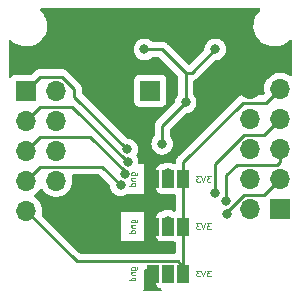
<source format=gbr>
%TF.GenerationSoftware,KiCad,Pcbnew,(6.0.7)*%
%TF.CreationDate,2022-09-23T22:10:56-05:00*%
%TF.ProjectId,PCA9535,50434139-3533-4352-9e6b-696361645f70,rev?*%
%TF.SameCoordinates,Original*%
%TF.FileFunction,Copper,L2,Bot*%
%TF.FilePolarity,Positive*%
%FSLAX46Y46*%
G04 Gerber Fmt 4.6, Leading zero omitted, Abs format (unit mm)*
G04 Created by KiCad (PCBNEW (6.0.7)) date 2022-09-23 22:10:56*
%MOMM*%
%LPD*%
G01*
G04 APERTURE LIST*
%ADD10C,0.125000*%
%TA.AperFunction,NonConductor*%
%ADD11C,0.125000*%
%TD*%
%TA.AperFunction,ComponentPad*%
%ADD12R,1.700000X1.700000*%
%TD*%
%TA.AperFunction,ComponentPad*%
%ADD13O,1.700000X1.700000*%
%TD*%
%TA.AperFunction,SMDPad,CuDef*%
%ADD14R,1.000000X1.500000*%
%TD*%
%TA.AperFunction,ViaPad*%
%ADD15C,0.800000*%
%TD*%
%TA.AperFunction,Conductor*%
%ADD16C,0.250000*%
%TD*%
G04 APERTURE END LIST*
D10*
D11*
X127392857Y-92154761D02*
X127797619Y-92154761D01*
X127845238Y-92130952D01*
X127869047Y-92107142D01*
X127892857Y-92059523D01*
X127892857Y-91988095D01*
X127869047Y-91940476D01*
X127702380Y-92154761D02*
X127726190Y-92107142D01*
X127726190Y-92011904D01*
X127702380Y-91964285D01*
X127678571Y-91940476D01*
X127630952Y-91916666D01*
X127488095Y-91916666D01*
X127440476Y-91940476D01*
X127416666Y-91964285D01*
X127392857Y-92011904D01*
X127392857Y-92107142D01*
X127416666Y-92154761D01*
X127392857Y-92392857D02*
X127726190Y-92392857D01*
X127440476Y-92392857D02*
X127416666Y-92416666D01*
X127392857Y-92464285D01*
X127392857Y-92535714D01*
X127416666Y-92583333D01*
X127464285Y-92607142D01*
X127726190Y-92607142D01*
X127726190Y-93059523D02*
X127226190Y-93059523D01*
X127702380Y-93059523D02*
X127726190Y-93011904D01*
X127726190Y-92916666D01*
X127702380Y-92869047D01*
X127678571Y-92845238D01*
X127630952Y-92821428D01*
X127488095Y-92821428D01*
X127440476Y-92845238D01*
X127416666Y-92869047D01*
X127392857Y-92916666D01*
X127392857Y-93011904D01*
X127416666Y-93059523D01*
D10*
D11*
X127392857Y-88154761D02*
X127797619Y-88154761D01*
X127845238Y-88130952D01*
X127869047Y-88107142D01*
X127892857Y-88059523D01*
X127892857Y-87988095D01*
X127869047Y-87940476D01*
X127702380Y-88154761D02*
X127726190Y-88107142D01*
X127726190Y-88011904D01*
X127702380Y-87964285D01*
X127678571Y-87940476D01*
X127630952Y-87916666D01*
X127488095Y-87916666D01*
X127440476Y-87940476D01*
X127416666Y-87964285D01*
X127392857Y-88011904D01*
X127392857Y-88107142D01*
X127416666Y-88154761D01*
X127392857Y-88392857D02*
X127726190Y-88392857D01*
X127440476Y-88392857D02*
X127416666Y-88416666D01*
X127392857Y-88464285D01*
X127392857Y-88535714D01*
X127416666Y-88583333D01*
X127464285Y-88607142D01*
X127726190Y-88607142D01*
X127726190Y-89059523D02*
X127226190Y-89059523D01*
X127702380Y-89059523D02*
X127726190Y-89011904D01*
X127726190Y-88916666D01*
X127702380Y-88869047D01*
X127678571Y-88845238D01*
X127630952Y-88821428D01*
X127488095Y-88821428D01*
X127440476Y-88845238D01*
X127416666Y-88869047D01*
X127392857Y-88916666D01*
X127392857Y-89011904D01*
X127416666Y-89059523D01*
D10*
D11*
X127392857Y-84154761D02*
X127797619Y-84154761D01*
X127845238Y-84130952D01*
X127869047Y-84107142D01*
X127892857Y-84059523D01*
X127892857Y-83988095D01*
X127869047Y-83940476D01*
X127702380Y-84154761D02*
X127726190Y-84107142D01*
X127726190Y-84011904D01*
X127702380Y-83964285D01*
X127678571Y-83940476D01*
X127630952Y-83916666D01*
X127488095Y-83916666D01*
X127440476Y-83940476D01*
X127416666Y-83964285D01*
X127392857Y-84011904D01*
X127392857Y-84107142D01*
X127416666Y-84154761D01*
X127392857Y-84392857D02*
X127726190Y-84392857D01*
X127440476Y-84392857D02*
X127416666Y-84416666D01*
X127392857Y-84464285D01*
X127392857Y-84535714D01*
X127416666Y-84583333D01*
X127464285Y-84607142D01*
X127726190Y-84607142D01*
X127726190Y-85059523D02*
X127226190Y-85059523D01*
X127702380Y-85059523D02*
X127726190Y-85011904D01*
X127726190Y-84916666D01*
X127702380Y-84869047D01*
X127678571Y-84845238D01*
X127630952Y-84821428D01*
X127488095Y-84821428D01*
X127440476Y-84845238D01*
X127416666Y-84869047D01*
X127392857Y-84916666D01*
X127392857Y-85011904D01*
X127416666Y-85059523D01*
D10*
D11*
X134119047Y-92226190D02*
X133809523Y-92226190D01*
X133976190Y-92416666D01*
X133904761Y-92416666D01*
X133857142Y-92440476D01*
X133833333Y-92464285D01*
X133809523Y-92511904D01*
X133809523Y-92630952D01*
X133833333Y-92678571D01*
X133857142Y-92702380D01*
X133904761Y-92726190D01*
X134047619Y-92726190D01*
X134095238Y-92702380D01*
X134119047Y-92678571D01*
X133666666Y-92226190D02*
X133500000Y-92726190D01*
X133333333Y-92226190D01*
X133214285Y-92226190D02*
X132904761Y-92226190D01*
X133071428Y-92416666D01*
X133000000Y-92416666D01*
X132952380Y-92440476D01*
X132928571Y-92464285D01*
X132904761Y-92511904D01*
X132904761Y-92630952D01*
X132928571Y-92678571D01*
X132952380Y-92702380D01*
X133000000Y-92726190D01*
X133142857Y-92726190D01*
X133190476Y-92702380D01*
X133214285Y-92678571D01*
D10*
D11*
X134119047Y-88226190D02*
X133809523Y-88226190D01*
X133976190Y-88416666D01*
X133904761Y-88416666D01*
X133857142Y-88440476D01*
X133833333Y-88464285D01*
X133809523Y-88511904D01*
X133809523Y-88630952D01*
X133833333Y-88678571D01*
X133857142Y-88702380D01*
X133904761Y-88726190D01*
X134047619Y-88726190D01*
X134095238Y-88702380D01*
X134119047Y-88678571D01*
X133666666Y-88226190D02*
X133500000Y-88726190D01*
X133333333Y-88226190D01*
X133214285Y-88226190D02*
X132904761Y-88226190D01*
X133071428Y-88416666D01*
X133000000Y-88416666D01*
X132952380Y-88440476D01*
X132928571Y-88464285D01*
X132904761Y-88511904D01*
X132904761Y-88630952D01*
X132928571Y-88678571D01*
X132952380Y-88702380D01*
X133000000Y-88726190D01*
X133142857Y-88726190D01*
X133190476Y-88702380D01*
X133214285Y-88678571D01*
D10*
D11*
X134119047Y-84226190D02*
X133809523Y-84226190D01*
X133976190Y-84416666D01*
X133904761Y-84416666D01*
X133857142Y-84440476D01*
X133833333Y-84464285D01*
X133809523Y-84511904D01*
X133809523Y-84630952D01*
X133833333Y-84678571D01*
X133857142Y-84702380D01*
X133904761Y-84726190D01*
X134047619Y-84726190D01*
X134095238Y-84702380D01*
X134119047Y-84678571D01*
X133666666Y-84226190D02*
X133500000Y-84726190D01*
X133333333Y-84226190D01*
X133214285Y-84226190D02*
X132904761Y-84226190D01*
X133071428Y-84416666D01*
X133000000Y-84416666D01*
X132952380Y-84440476D01*
X132928571Y-84464285D01*
X132904761Y-84511904D01*
X132904761Y-84630952D01*
X132928571Y-84678571D01*
X132952380Y-84702380D01*
X133000000Y-84726190D01*
X133142857Y-84726190D01*
X133190476Y-84702380D01*
X133214285Y-84678571D01*
D12*
%TO.P,J6,1,Pin_1*%
%TO.N,P10*%
X140000000Y-87000000D03*
D13*
%TO.P,J6,2,Pin_2*%
%TO.N,P14*%
X137460000Y-87000000D03*
%TO.P,J6,3,Pin_3*%
%TO.N,P11*%
X140000000Y-84460000D03*
%TO.P,J6,4,Pin_4*%
%TO.N,P15*%
X137460000Y-84460000D03*
%TO.P,J6,5,Pin_5*%
%TO.N,P12*%
X140000000Y-81920000D03*
%TO.P,J6,6,Pin_6*%
%TO.N,P16*%
X137460000Y-81920000D03*
%TO.P,J6,7,Pin_7*%
%TO.N,P13*%
X140000000Y-79380000D03*
%TO.P,J6,8,Pin_8*%
%TO.N,P17*%
X137460000Y-79380000D03*
%TO.P,J6,9,Pin_9*%
%TO.N,+3.3V*%
X140000000Y-76840000D03*
%TO.P,J6,10,Pin_10*%
%TO.N,GND*%
X137460000Y-76840000D03*
%TD*%
D12*
%TO.P,J4,1,Pin_1*%
%TO.N,INT*%
X129000000Y-77000000D03*
%TD*%
%TO.P,J3,1,Pin_1*%
%TO.N,P00*%
X118500000Y-77000000D03*
D13*
%TO.P,J3,2,Pin_2*%
%TO.N,P04*%
X121040000Y-77000000D03*
%TO.P,J3,3,Pin_3*%
%TO.N,P01*%
X118500000Y-79540000D03*
%TO.P,J3,4,Pin_4*%
%TO.N,P05*%
X121040000Y-79540000D03*
%TO.P,J3,5,Pin_5*%
%TO.N,P02*%
X118500000Y-82080000D03*
%TO.P,J3,6,Pin_6*%
%TO.N,P06*%
X121040000Y-82080000D03*
%TO.P,J3,7,Pin_7*%
%TO.N,P03*%
X118500000Y-84620000D03*
%TO.P,J3,8,Pin_8*%
%TO.N,P07*%
X121040000Y-84620000D03*
%TO.P,J3,9,Pin_9*%
%TO.N,+3.3V*%
X118500000Y-87160000D03*
%TO.P,J3,10,Pin_10*%
%TO.N,GND*%
X121040000Y-87160000D03*
%TD*%
D14*
%TO.P,JP1,1,A*%
%TO.N,+3.3V*%
X131800000Y-84500000D03*
%TO.P,JP1,2,C*%
%TO.N,A0*%
X130500000Y-84500000D03*
%TO.P,JP1,3,B*%
%TO.N,GND*%
X129200000Y-84500000D03*
%TD*%
%TO.P,JP2,1,A*%
%TO.N,+3.3V*%
X131800000Y-88500000D03*
%TO.P,JP2,2,C*%
%TO.N,A1*%
X130500000Y-88500000D03*
%TO.P,JP2,3,B*%
%TO.N,GND*%
X129200000Y-88500000D03*
%TD*%
%TO.P,JP3,1,A*%
%TO.N,+3.3V*%
X131800000Y-92500000D03*
%TO.P,JP3,2,C*%
%TO.N,A2*%
X130500000Y-92500000D03*
%TO.P,JP3,3,B*%
%TO.N,GND*%
X129200000Y-92500000D03*
%TD*%
D15*
%TO.N,SCL*%
X134500000Y-73500000D03*
X132000000Y-78000000D03*
X128500000Y-73500000D03*
X130000000Y-81500000D03*
%TO.N,GND*%
X131500000Y-73500000D03*
X123500000Y-73500000D03*
%TO.N,P00*%
X127038534Y-81964740D03*
%TO.N,P01*%
X127084386Y-83035190D03*
%TO.N,P02*%
X126825205Y-84054883D03*
%TO.N,P03*%
X126500000Y-85000000D03*
%TO.N,P11*%
X135500000Y-87450500D03*
%TO.N,P12*%
X135411351Y-86362348D03*
%TO.N,P13*%
X134500000Y-85651999D03*
%TO.N,A1*%
X130500000Y-88000000D03*
%TO.N,A2*%
X130500000Y-92500000D03*
%TO.N,A0*%
X130500000Y-84000000D03*
%TD*%
D16*
%TO.N,+3.3V*%
X136836442Y-78015000D02*
X131800000Y-83051442D01*
X138825000Y-78015000D02*
X136836442Y-78015000D01*
X140000000Y-76840000D02*
X138825000Y-78015000D01*
X131800000Y-92500000D02*
X131800000Y-88500000D01*
X131800000Y-83051442D02*
X131800000Y-84500000D01*
X131325000Y-91425000D02*
X131800000Y-91900000D01*
X131800000Y-88500000D02*
X131800000Y-84500000D01*
X118500000Y-87160000D02*
X122765000Y-91425000D01*
X131800000Y-91900000D02*
X131800000Y-92500000D01*
X122765000Y-91425000D02*
X131325000Y-91425000D01*
%TO.N,SCL*%
X132000000Y-78000000D02*
X130000000Y-80000000D01*
X130000000Y-80000000D02*
X130000000Y-81500000D01*
X132500000Y-75500000D02*
X132000000Y-75500000D01*
X134500000Y-73500000D02*
X132500000Y-75500000D01*
X132000000Y-75500000D02*
X132000000Y-78000000D01*
X128500000Y-73500000D02*
X130000000Y-73500000D01*
X130000000Y-73500000D02*
X132000000Y-75500000D01*
%TO.N,P00*%
X122573796Y-76872095D02*
X121526701Y-75825000D01*
X122573796Y-77500000D02*
X122573796Y-76872095D01*
X127038534Y-81964740D02*
X122573796Y-77500000D01*
X119675000Y-75825000D02*
X118500000Y-77000000D01*
X121526701Y-75825000D02*
X119675000Y-75825000D01*
%TO.N,P01*%
X119675000Y-78365000D02*
X118500000Y-79540000D01*
X127084386Y-83035190D02*
X122414196Y-78365000D01*
X122414196Y-78365000D02*
X119675000Y-78365000D01*
%TO.N,P02*%
X126825205Y-83800607D02*
X123929598Y-80905000D01*
X123929598Y-80905000D02*
X119675000Y-80905000D01*
X126825205Y-84054883D02*
X126825205Y-83800607D01*
X119675000Y-80905000D02*
X118500000Y-82080000D01*
%TO.N,P03*%
X126500000Y-85000000D02*
X124945000Y-83445000D01*
X124945000Y-83445000D02*
X119675000Y-83445000D01*
X119675000Y-83445000D02*
X118500000Y-84620000D01*
%TO.N,P11*%
X135500000Y-87450500D02*
X135500000Y-87298299D01*
X135500000Y-87298299D02*
X136973299Y-85825000D01*
X138635000Y-85825000D02*
X140000000Y-84460000D01*
X136973299Y-85825000D02*
X138635000Y-85825000D01*
%TO.N,P12*%
X139715000Y-83285000D02*
X140000000Y-83000000D01*
X135411351Y-86362348D02*
X135411351Y-84175140D01*
X135411351Y-84175140D02*
X136301491Y-83285000D01*
X136301491Y-83285000D02*
X139715000Y-83285000D01*
X140000000Y-83000000D02*
X140000000Y-81920000D01*
%TO.N,P13*%
X134500000Y-85651999D02*
X134500000Y-83218299D01*
X136973299Y-80745000D02*
X138635000Y-80745000D01*
X138635000Y-80745000D02*
X140000000Y-79380000D01*
X134500000Y-83218299D02*
X136973299Y-80745000D01*
%TD*%
%TA.AperFunction,Conductor*%
%TO.N,GND*%
G36*
X129433621Y-92078502D02*
G01*
X129480114Y-92132158D01*
X129491500Y-92184500D01*
X129491500Y-93298134D01*
X129498255Y-93360316D01*
X129549385Y-93496705D01*
X129636739Y-93613261D01*
X129753295Y-93700615D01*
X129761704Y-93703767D01*
X129761705Y-93703768D01*
X129878408Y-93747518D01*
X129935173Y-93790159D01*
X129959873Y-93856721D01*
X129944666Y-93926070D01*
X129894380Y-93976188D01*
X129834179Y-93991500D01*
X128539049Y-93991500D01*
X128470928Y-93971498D01*
X128424435Y-93917842D01*
X128414331Y-93847568D01*
X128443825Y-93782988D01*
X128495823Y-93749571D01*
X128504750Y-93749571D01*
X128504750Y-92184500D01*
X128524752Y-92116379D01*
X128578408Y-92069886D01*
X128630750Y-92058500D01*
X129365500Y-92058500D01*
X129433621Y-92078502D01*
G37*
%TD.AperFunction*%
%TA.AperFunction,Conductor*%
G36*
X138265262Y-70028502D02*
G01*
X138311755Y-70082158D01*
X138321859Y-70152432D01*
X138288916Y-70220832D01*
X138129557Y-70390237D01*
X137980576Y-70604991D01*
X137864975Y-70839407D01*
X137785293Y-71088335D01*
X137743279Y-71346307D01*
X137739858Y-71607655D01*
X137775104Y-71866638D01*
X137776412Y-71871124D01*
X137776412Y-71871126D01*
X137796098Y-71938664D01*
X137848243Y-72117567D01*
X137957668Y-72354928D01*
X137960231Y-72358837D01*
X138098410Y-72569596D01*
X138098414Y-72569601D01*
X138100976Y-72573509D01*
X138275018Y-72768506D01*
X138475970Y-72935637D01*
X138479973Y-72938066D01*
X138695422Y-73068804D01*
X138695426Y-73068806D01*
X138699419Y-73071229D01*
X138940455Y-73172303D01*
X139193783Y-73236641D01*
X139198434Y-73237109D01*
X139198438Y-73237110D01*
X139391308Y-73256531D01*
X139410867Y-73258500D01*
X139566354Y-73258500D01*
X139568679Y-73258327D01*
X139568685Y-73258327D01*
X139756000Y-73244407D01*
X139756004Y-73244406D01*
X139760652Y-73244061D01*
X139765200Y-73243032D01*
X139765206Y-73243031D01*
X139951601Y-73200853D01*
X140015577Y-73186377D01*
X140051769Y-73172303D01*
X140254824Y-73093340D01*
X140254827Y-73093339D01*
X140259177Y-73091647D01*
X140486098Y-72961951D01*
X140691357Y-72800138D01*
X140773725Y-72712578D01*
X140834969Y-72676666D01*
X140905907Y-72679566D01*
X140964015Y-72720357D01*
X140990846Y-72786088D01*
X140991500Y-72798911D01*
X140991500Y-75631817D01*
X140971498Y-75699938D01*
X140917842Y-75746431D01*
X140847568Y-75756535D01*
X140787407Y-75730698D01*
X140758415Y-75707801D01*
X140758413Y-75707800D01*
X140754359Y-75704598D01*
X140745918Y-75699938D01*
X140702136Y-75675769D01*
X140558789Y-75596638D01*
X140553920Y-75594914D01*
X140553916Y-75594912D01*
X140353087Y-75523795D01*
X140353083Y-75523794D01*
X140348212Y-75522069D01*
X140343119Y-75521162D01*
X140343116Y-75521161D01*
X140133373Y-75483800D01*
X140133367Y-75483799D01*
X140128284Y-75482894D01*
X140054452Y-75481992D01*
X139910081Y-75480228D01*
X139910079Y-75480228D01*
X139904911Y-75480165D01*
X139684091Y-75513955D01*
X139471756Y-75583357D01*
X139441443Y-75599137D01*
X139360065Y-75641500D01*
X139273607Y-75686507D01*
X139269474Y-75689610D01*
X139269471Y-75689612D01*
X139099100Y-75817530D01*
X139094965Y-75820635D01*
X138940629Y-75982138D01*
X138937715Y-75986410D01*
X138937714Y-75986411D01*
X138901374Y-76039684D01*
X138814743Y-76166680D01*
X138720688Y-76369305D01*
X138660989Y-76584570D01*
X138637251Y-76806695D01*
X138637548Y-76811848D01*
X138637548Y-76811851D01*
X138645563Y-76950862D01*
X138650110Y-77029715D01*
X138651247Y-77034761D01*
X138651248Y-77034767D01*
X138683453Y-77177668D01*
X138678917Y-77248520D01*
X138649631Y-77294464D01*
X138599500Y-77344595D01*
X138537188Y-77378621D01*
X138510405Y-77381500D01*
X136915210Y-77381500D01*
X136904027Y-77380973D01*
X136896534Y-77379298D01*
X136888608Y-77379547D01*
X136888607Y-77379547D01*
X136828444Y-77381438D01*
X136824486Y-77381500D01*
X136796586Y-77381500D01*
X136792596Y-77382004D01*
X136780762Y-77382936D01*
X136736553Y-77384326D01*
X136728937Y-77386539D01*
X136728935Y-77386539D01*
X136717094Y-77389979D01*
X136697735Y-77393988D01*
X136696425Y-77394154D01*
X136677645Y-77396526D01*
X136670279Y-77399442D01*
X136670273Y-77399444D01*
X136636540Y-77412800D01*
X136625310Y-77416645D01*
X136590459Y-77426770D01*
X136582849Y-77428981D01*
X136576026Y-77433016D01*
X136565408Y-77439295D01*
X136547655Y-77447992D01*
X136540010Y-77451019D01*
X136528825Y-77455448D01*
X136510483Y-77468774D01*
X136493054Y-77481437D01*
X136483137Y-77487951D01*
X136445080Y-77510458D01*
X136430759Y-77524779D01*
X136415726Y-77537619D01*
X136399335Y-77549528D01*
X136394284Y-77555634D01*
X136371144Y-77583605D01*
X136363154Y-77592384D01*
X131407747Y-82547790D01*
X131399461Y-82555330D01*
X131392982Y-82559442D01*
X131387557Y-82565219D01*
X131346357Y-82609093D01*
X131343602Y-82611935D01*
X131323865Y-82631672D01*
X131321385Y-82634869D01*
X131313682Y-82643889D01*
X131283414Y-82676121D01*
X131279595Y-82683067D01*
X131279593Y-82683070D01*
X131273652Y-82693876D01*
X131262801Y-82710395D01*
X131250386Y-82726401D01*
X131247241Y-82733670D01*
X131247238Y-82733674D01*
X131232826Y-82766979D01*
X131227609Y-82777629D01*
X131206305Y-82816382D01*
X131204334Y-82824057D01*
X131204334Y-82824058D01*
X131201267Y-82836004D01*
X131194863Y-82854708D01*
X131186819Y-82873297D01*
X131185580Y-82881120D01*
X131185577Y-82881130D01*
X131179901Y-82916966D01*
X131177495Y-82928586D01*
X131173410Y-82944497D01*
X131166500Y-82971412D01*
X131166500Y-82991666D01*
X131164949Y-83011376D01*
X131161780Y-83031385D01*
X131162526Y-83039277D01*
X131165941Y-83075403D01*
X131166500Y-83087261D01*
X131166500Y-83113984D01*
X131146498Y-83182105D01*
X131092842Y-83228598D01*
X131022568Y-83238702D01*
X130966439Y-83215920D01*
X130962094Y-83212763D01*
X130962093Y-83212762D01*
X130956752Y-83208882D01*
X130950724Y-83206198D01*
X130950722Y-83206197D01*
X130788319Y-83133891D01*
X130788318Y-83133891D01*
X130782288Y-83131206D01*
X130688441Y-83111258D01*
X130601944Y-83092872D01*
X130601939Y-83092872D01*
X130595487Y-83091500D01*
X130404513Y-83091500D01*
X130398061Y-83092872D01*
X130398056Y-83092872D01*
X130311559Y-83111258D01*
X130217712Y-83131206D01*
X130211682Y-83133891D01*
X130211681Y-83133891D01*
X130049278Y-83206197D01*
X130049276Y-83206198D01*
X130043248Y-83208882D01*
X130037909Y-83212761D01*
X130037902Y-83212765D01*
X130031472Y-83217437D01*
X129958668Y-83241092D01*
X129958680Y-83241316D01*
X129957839Y-83241362D01*
X129957413Y-83241500D01*
X129951866Y-83241500D01*
X129889684Y-83248255D01*
X129753295Y-83299385D01*
X129636739Y-83386739D01*
X129549385Y-83503295D01*
X129498255Y-83639684D01*
X129491500Y-83701866D01*
X129491500Y-85298134D01*
X129498255Y-85360316D01*
X129549385Y-85496705D01*
X129636739Y-85613261D01*
X129753295Y-85700615D01*
X129889684Y-85751745D01*
X129951866Y-85758500D01*
X131040500Y-85758500D01*
X131108621Y-85778502D01*
X131155114Y-85832158D01*
X131166500Y-85884500D01*
X131166500Y-87113984D01*
X131146498Y-87182105D01*
X131092842Y-87228598D01*
X131022568Y-87238702D01*
X130966439Y-87215920D01*
X130962094Y-87212763D01*
X130962093Y-87212762D01*
X130956752Y-87208882D01*
X130950724Y-87206198D01*
X130950722Y-87206197D01*
X130788319Y-87133891D01*
X130788318Y-87133891D01*
X130782288Y-87131206D01*
X130688888Y-87111353D01*
X130601944Y-87092872D01*
X130601939Y-87092872D01*
X130595487Y-87091500D01*
X130404513Y-87091500D01*
X130398061Y-87092872D01*
X130398056Y-87092872D01*
X130311112Y-87111353D01*
X130217712Y-87131206D01*
X130211682Y-87133891D01*
X130211681Y-87133891D01*
X130049278Y-87206197D01*
X130049276Y-87206198D01*
X130043248Y-87208882D01*
X130037909Y-87212761D01*
X130037902Y-87212765D01*
X130031472Y-87217437D01*
X129958668Y-87241092D01*
X129958680Y-87241316D01*
X129957839Y-87241362D01*
X129957413Y-87241500D01*
X129951866Y-87241500D01*
X129889684Y-87248255D01*
X129753295Y-87299385D01*
X129636739Y-87386739D01*
X129549385Y-87503295D01*
X129498255Y-87639684D01*
X129491500Y-87701866D01*
X129491500Y-89298134D01*
X129498255Y-89360316D01*
X129549385Y-89496705D01*
X129636739Y-89613261D01*
X129753295Y-89700615D01*
X129889684Y-89751745D01*
X129951866Y-89758500D01*
X131040500Y-89758500D01*
X131108621Y-89778502D01*
X131155114Y-89832158D01*
X131166500Y-89884500D01*
X131166500Y-90665500D01*
X131146498Y-90733621D01*
X131092842Y-90780114D01*
X131040500Y-90791500D01*
X123079594Y-90791500D01*
X123011473Y-90771498D01*
X122990499Y-90754595D01*
X121985475Y-89749571D01*
X126495250Y-89749571D01*
X128504750Y-89749571D01*
X128504750Y-87250428D01*
X126495250Y-87250428D01*
X126495250Y-89749571D01*
X121985475Y-89749571D01*
X119851218Y-87615313D01*
X119817192Y-87553001D01*
X119819755Y-87489589D01*
X119830865Y-87453022D01*
X119832370Y-87448069D01*
X119861529Y-87226590D01*
X119863156Y-87160000D01*
X119844852Y-86937361D01*
X119790431Y-86720702D01*
X119701354Y-86515840D01*
X119651797Y-86439236D01*
X119582822Y-86332617D01*
X119582820Y-86332614D01*
X119580014Y-86328277D01*
X119429670Y-86163051D01*
X119425619Y-86159852D01*
X119425615Y-86159848D01*
X119258414Y-86027800D01*
X119258410Y-86027798D01*
X119254359Y-86024598D01*
X119213053Y-86001796D01*
X119163084Y-85951364D01*
X119148312Y-85881921D01*
X119173428Y-85815516D01*
X119200780Y-85788909D01*
X119256771Y-85748971D01*
X119379860Y-85661173D01*
X119397176Y-85643918D01*
X119510262Y-85531226D01*
X119538096Y-85503489D01*
X119549013Y-85488297D01*
X119668453Y-85322077D01*
X119669776Y-85323028D01*
X119716645Y-85279857D01*
X119786580Y-85267625D01*
X119852026Y-85295144D01*
X119879875Y-85326994D01*
X119939987Y-85425088D01*
X120086250Y-85593938D01*
X120258126Y-85736632D01*
X120451000Y-85849338D01*
X120659692Y-85929030D01*
X120664760Y-85930061D01*
X120664763Y-85930062D01*
X120769466Y-85951364D01*
X120878597Y-85973567D01*
X120883772Y-85973757D01*
X120883774Y-85973757D01*
X121096673Y-85981564D01*
X121096677Y-85981564D01*
X121101837Y-85981753D01*
X121106957Y-85981097D01*
X121106959Y-85981097D01*
X121318288Y-85954025D01*
X121318289Y-85954025D01*
X121323416Y-85953368D01*
X121330096Y-85951364D01*
X121532429Y-85890661D01*
X121532434Y-85890659D01*
X121537384Y-85889174D01*
X121737994Y-85790896D01*
X121919860Y-85661173D01*
X121937176Y-85643918D01*
X122050262Y-85531226D01*
X122078096Y-85503489D01*
X122089013Y-85488297D01*
X122205435Y-85326277D01*
X122208453Y-85322077D01*
X122218608Y-85301531D01*
X122305136Y-85126453D01*
X122305137Y-85126451D01*
X122307430Y-85121811D01*
X122372370Y-84908069D01*
X122401529Y-84686590D01*
X122403156Y-84620000D01*
X122384852Y-84397361D01*
X122376616Y-84364570D01*
X122344119Y-84235195D01*
X122346923Y-84164254D01*
X122387636Y-84106091D01*
X122453331Y-84079172D01*
X122466323Y-84078500D01*
X124630405Y-84078500D01*
X124698526Y-84098502D01*
X124719501Y-84115405D01*
X125552879Y-84948784D01*
X125586904Y-85011096D01*
X125589093Y-85024709D01*
X125600689Y-85135035D01*
X125606458Y-85189928D01*
X125665473Y-85371556D01*
X125668776Y-85377278D01*
X125668777Y-85377279D01*
X125689797Y-85413686D01*
X125760960Y-85536944D01*
X125765378Y-85541851D01*
X125765379Y-85541852D01*
X125882033Y-85671409D01*
X125888747Y-85678866D01*
X125923023Y-85703769D01*
X126025884Y-85778502D01*
X126043248Y-85791118D01*
X126049276Y-85793802D01*
X126049278Y-85793803D01*
X126178152Y-85851181D01*
X126217712Y-85868794D01*
X126291603Y-85884500D01*
X126398056Y-85907128D01*
X126398061Y-85907128D01*
X126404513Y-85908500D01*
X126595487Y-85908500D01*
X126601939Y-85907128D01*
X126601944Y-85907128D01*
X126708397Y-85884500D01*
X126782288Y-85868794D01*
X126821848Y-85851181D01*
X126950722Y-85793803D01*
X126950724Y-85793802D01*
X126956752Y-85791118D01*
X126980816Y-85773634D01*
X127047682Y-85749777D01*
X127054876Y-85749571D01*
X128504750Y-85749571D01*
X128504750Y-83250428D01*
X128115205Y-83250428D01*
X128047084Y-83230426D01*
X128000591Y-83176770D01*
X127989895Y-83111258D01*
X127997200Y-83041755D01*
X127997890Y-83035190D01*
X127994358Y-83001584D01*
X127978618Y-82851825D01*
X127978618Y-82851823D01*
X127977928Y-82845262D01*
X127918913Y-82663634D01*
X127912630Y-82652751D01*
X127837866Y-82523256D01*
X127821128Y-82454260D01*
X127837866Y-82397256D01*
X127869757Y-82342019D01*
X127869758Y-82342018D01*
X127873061Y-82336296D01*
X127932076Y-82154668D01*
X127952038Y-81964740D01*
X127932076Y-81774812D01*
X127873061Y-81593184D01*
X127777574Y-81427796D01*
X127762789Y-81411375D01*
X127654209Y-81290785D01*
X127654208Y-81290784D01*
X127649787Y-81285874D01*
X127495286Y-81173622D01*
X127489258Y-81170938D01*
X127489256Y-81170937D01*
X127326853Y-81098631D01*
X127326852Y-81098631D01*
X127320822Y-81095946D01*
X127227421Y-81076093D01*
X127140478Y-81057612D01*
X127140473Y-81057612D01*
X127134021Y-81056240D01*
X127078129Y-81056240D01*
X127010008Y-81036238D01*
X126989034Y-81019335D01*
X123867834Y-77898134D01*
X127641500Y-77898134D01*
X127648255Y-77960316D01*
X127699385Y-78096705D01*
X127786739Y-78213261D01*
X127903295Y-78300615D01*
X128039684Y-78351745D01*
X128101866Y-78358500D01*
X129898134Y-78358500D01*
X129960316Y-78351745D01*
X130096705Y-78300615D01*
X130213261Y-78213261D01*
X130300615Y-78096705D01*
X130351745Y-77960316D01*
X130358500Y-77898134D01*
X130358500Y-76101866D01*
X130351745Y-76039684D01*
X130300615Y-75903295D01*
X130213261Y-75786739D01*
X130096705Y-75699385D01*
X129960316Y-75648255D01*
X129898134Y-75641500D01*
X128101866Y-75641500D01*
X128039684Y-75648255D01*
X127903295Y-75699385D01*
X127786739Y-75786739D01*
X127699385Y-75903295D01*
X127648255Y-76039684D01*
X127641500Y-76101866D01*
X127641500Y-77898134D01*
X123867834Y-77898134D01*
X123244201Y-77274501D01*
X123210175Y-77212189D01*
X123207296Y-77185406D01*
X123207296Y-76950862D01*
X123207823Y-76939679D01*
X123209498Y-76932186D01*
X123207358Y-76864095D01*
X123207296Y-76860138D01*
X123207296Y-76832239D01*
X123206792Y-76828248D01*
X123205859Y-76816406D01*
X123204719Y-76780131D01*
X123204470Y-76772206D01*
X123202258Y-76764592D01*
X123202257Y-76764587D01*
X123198819Y-76752754D01*
X123194808Y-76733390D01*
X123193263Y-76721159D01*
X123192270Y-76713298D01*
X123189353Y-76705931D01*
X123189352Y-76705926D01*
X123175994Y-76672187D01*
X123172150Y-76660960D01*
X123162026Y-76626117D01*
X123159814Y-76618502D01*
X123149503Y-76601067D01*
X123140808Y-76583319D01*
X123133348Y-76564478D01*
X123107360Y-76528708D01*
X123100844Y-76518788D01*
X123082376Y-76487560D01*
X123082374Y-76487557D01*
X123078338Y-76480733D01*
X123064017Y-76466412D01*
X123051176Y-76451378D01*
X123043927Y-76441401D01*
X123039268Y-76434988D01*
X123033164Y-76429938D01*
X123033159Y-76429933D01*
X123005198Y-76406802D01*
X122996417Y-76398812D01*
X122030348Y-75432742D01*
X122022814Y-75424463D01*
X122018701Y-75417982D01*
X121969049Y-75371356D01*
X121966208Y-75368602D01*
X121946471Y-75348865D01*
X121943274Y-75346385D01*
X121934252Y-75338680D01*
X121920823Y-75326069D01*
X121902022Y-75308414D01*
X121895076Y-75304595D01*
X121895073Y-75304593D01*
X121884267Y-75298652D01*
X121867748Y-75287801D01*
X121867284Y-75287441D01*
X121851742Y-75275386D01*
X121844473Y-75272241D01*
X121844469Y-75272238D01*
X121811164Y-75257826D01*
X121800514Y-75252609D01*
X121761761Y-75231305D01*
X121742138Y-75226267D01*
X121723435Y-75219863D01*
X121712121Y-75214967D01*
X121712120Y-75214967D01*
X121704846Y-75211819D01*
X121697023Y-75210580D01*
X121697013Y-75210577D01*
X121661177Y-75204901D01*
X121649557Y-75202495D01*
X121614412Y-75193472D01*
X121614411Y-75193472D01*
X121606731Y-75191500D01*
X121586477Y-75191500D01*
X121566766Y-75189949D01*
X121554587Y-75188020D01*
X121546758Y-75186780D01*
X121517487Y-75189547D01*
X121502740Y-75190941D01*
X121490882Y-75191500D01*
X119753767Y-75191500D01*
X119742584Y-75190973D01*
X119735091Y-75189298D01*
X119727165Y-75189547D01*
X119727164Y-75189547D01*
X119667001Y-75191438D01*
X119663043Y-75191500D01*
X119635144Y-75191500D01*
X119631154Y-75192004D01*
X119619320Y-75192936D01*
X119575111Y-75194326D01*
X119567497Y-75196538D01*
X119567492Y-75196539D01*
X119555659Y-75199977D01*
X119536296Y-75203988D01*
X119516203Y-75206526D01*
X119508836Y-75209443D01*
X119508831Y-75209444D01*
X119475092Y-75222802D01*
X119463865Y-75226646D01*
X119421407Y-75238982D01*
X119414581Y-75243019D01*
X119403972Y-75249293D01*
X119386224Y-75257988D01*
X119367383Y-75265448D01*
X119360967Y-75270110D01*
X119360966Y-75270110D01*
X119331613Y-75291436D01*
X119321693Y-75297952D01*
X119290465Y-75316420D01*
X119290462Y-75316422D01*
X119283638Y-75320458D01*
X119269317Y-75334779D01*
X119254284Y-75347619D01*
X119237893Y-75359528D01*
X119229217Y-75370016D01*
X119209702Y-75393605D01*
X119201712Y-75402384D01*
X118999501Y-75604595D01*
X118937189Y-75638621D01*
X118910406Y-75641500D01*
X117601866Y-75641500D01*
X117539684Y-75648255D01*
X117403295Y-75699385D01*
X117286739Y-75786739D01*
X117281358Y-75793919D01*
X117281357Y-75793920D01*
X117235326Y-75855339D01*
X117178467Y-75897854D01*
X117107648Y-75902880D01*
X117045355Y-75868820D01*
X117011365Y-75806489D01*
X117008500Y-75779774D01*
X117008500Y-73500000D01*
X127586496Y-73500000D01*
X127606458Y-73689928D01*
X127665473Y-73871556D01*
X127760960Y-74036944D01*
X127888747Y-74178866D01*
X128043248Y-74291118D01*
X128049276Y-74293802D01*
X128049278Y-74293803D01*
X128211681Y-74366109D01*
X128217712Y-74368794D01*
X128311113Y-74388647D01*
X128398056Y-74407128D01*
X128398061Y-74407128D01*
X128404513Y-74408500D01*
X128595487Y-74408500D01*
X128601939Y-74407128D01*
X128601944Y-74407128D01*
X128688887Y-74388647D01*
X128782288Y-74368794D01*
X128788319Y-74366109D01*
X128950722Y-74293803D01*
X128950724Y-74293802D01*
X128956752Y-74291118D01*
X129111253Y-74178866D01*
X129115668Y-74173963D01*
X129120580Y-74169540D01*
X129121705Y-74170789D01*
X129175014Y-74137949D01*
X129208200Y-74133500D01*
X129685406Y-74133500D01*
X129753527Y-74153502D01*
X129774501Y-74170405D01*
X131329595Y-75725500D01*
X131363621Y-75787812D01*
X131366500Y-75814595D01*
X131366500Y-77297476D01*
X131346498Y-77365597D01*
X131334142Y-77381779D01*
X131260960Y-77463056D01*
X131230354Y-77516067D01*
X131188724Y-77588173D01*
X131165473Y-77628444D01*
X131106458Y-77810072D01*
X131105768Y-77816633D01*
X131105768Y-77816635D01*
X131089093Y-77975293D01*
X131062080Y-78040950D01*
X131052878Y-78051218D01*
X129607747Y-79496348D01*
X129599461Y-79503888D01*
X129592982Y-79508000D01*
X129587557Y-79513777D01*
X129546357Y-79557651D01*
X129543602Y-79560493D01*
X129523865Y-79580230D01*
X129521385Y-79583427D01*
X129513682Y-79592447D01*
X129483414Y-79624679D01*
X129479595Y-79631625D01*
X129479593Y-79631628D01*
X129473652Y-79642434D01*
X129462801Y-79658953D01*
X129450386Y-79674959D01*
X129447241Y-79682228D01*
X129447238Y-79682232D01*
X129432826Y-79715537D01*
X129427609Y-79726187D01*
X129406305Y-79764940D01*
X129404334Y-79772615D01*
X129404334Y-79772616D01*
X129401267Y-79784562D01*
X129394863Y-79803266D01*
X129386819Y-79821855D01*
X129385580Y-79829678D01*
X129385577Y-79829688D01*
X129379901Y-79865524D01*
X129377495Y-79877144D01*
X129366500Y-79919970D01*
X129366500Y-79940224D01*
X129364949Y-79959934D01*
X129361780Y-79979943D01*
X129362526Y-79987835D01*
X129365941Y-80023961D01*
X129366500Y-80035819D01*
X129366500Y-80797476D01*
X129346498Y-80865597D01*
X129334142Y-80881779D01*
X129260960Y-80963056D01*
X129257659Y-80968774D01*
X129182686Y-81098631D01*
X129165473Y-81128444D01*
X129106458Y-81310072D01*
X129086496Y-81500000D01*
X129106458Y-81689928D01*
X129165473Y-81871556D01*
X129260960Y-82036944D01*
X129265378Y-82041851D01*
X129265379Y-82041852D01*
X129361050Y-82148105D01*
X129388747Y-82178866D01*
X129543248Y-82291118D01*
X129549276Y-82293802D01*
X129549278Y-82293803D01*
X129657574Y-82342019D01*
X129717712Y-82368794D01*
X129811113Y-82388647D01*
X129898056Y-82407128D01*
X129898061Y-82407128D01*
X129904513Y-82408500D01*
X130095487Y-82408500D01*
X130101939Y-82407128D01*
X130101944Y-82407128D01*
X130188887Y-82388647D01*
X130282288Y-82368794D01*
X130342426Y-82342019D01*
X130450722Y-82293803D01*
X130450724Y-82293802D01*
X130456752Y-82291118D01*
X130611253Y-82178866D01*
X130638950Y-82148105D01*
X130734621Y-82041852D01*
X130734622Y-82041851D01*
X130739040Y-82036944D01*
X130834527Y-81871556D01*
X130893542Y-81689928D01*
X130913504Y-81500000D01*
X130893542Y-81310072D01*
X130834527Y-81128444D01*
X130817315Y-81098631D01*
X130742341Y-80968774D01*
X130739040Y-80963056D01*
X130665863Y-80881785D01*
X130635147Y-80817779D01*
X130633500Y-80797476D01*
X130633500Y-80314594D01*
X130653502Y-80246473D01*
X130670405Y-80225499D01*
X131950500Y-78945405D01*
X132012812Y-78911379D01*
X132039595Y-78908500D01*
X132095487Y-78908500D01*
X132101939Y-78907128D01*
X132101944Y-78907128D01*
X132188888Y-78888647D01*
X132282288Y-78868794D01*
X132296647Y-78862401D01*
X132450722Y-78793803D01*
X132450724Y-78793802D01*
X132456752Y-78791118D01*
X132611253Y-78678866D01*
X132739040Y-78536944D01*
X132825895Y-78386507D01*
X132831223Y-78377279D01*
X132831224Y-78377278D01*
X132834527Y-78371556D01*
X132893542Y-78189928D01*
X132902030Y-78109174D01*
X132912814Y-78006565D01*
X132913504Y-78000000D01*
X132902798Y-77898134D01*
X132894232Y-77816635D01*
X132894232Y-77816633D01*
X132893542Y-77810072D01*
X132834527Y-77628444D01*
X132811277Y-77588173D01*
X132769646Y-77516067D01*
X132739040Y-77463056D01*
X132665863Y-77381785D01*
X132635147Y-77317779D01*
X132633500Y-77297476D01*
X132633500Y-76215511D01*
X132653502Y-76147390D01*
X132707158Y-76100897D01*
X132724337Y-76094517D01*
X132753593Y-76086018D01*
X132760412Y-76081985D01*
X132760417Y-76081983D01*
X132771028Y-76075707D01*
X132788776Y-76067012D01*
X132807617Y-76059552D01*
X132824151Y-76047540D01*
X132843387Y-76033564D01*
X132853307Y-76027048D01*
X132884535Y-76008580D01*
X132884538Y-76008578D01*
X132891362Y-76004542D01*
X132905683Y-75990221D01*
X132920717Y-75977380D01*
X132930694Y-75970131D01*
X132937107Y-75965472D01*
X132965298Y-75931395D01*
X132973288Y-75922616D01*
X134450500Y-74445405D01*
X134512812Y-74411379D01*
X134539595Y-74408500D01*
X134595487Y-74408500D01*
X134601939Y-74407128D01*
X134601944Y-74407128D01*
X134688887Y-74388647D01*
X134782288Y-74368794D01*
X134788319Y-74366109D01*
X134950722Y-74293803D01*
X134950724Y-74293802D01*
X134956752Y-74291118D01*
X135111253Y-74178866D01*
X135239040Y-74036944D01*
X135334527Y-73871556D01*
X135393542Y-73689928D01*
X135413504Y-73500000D01*
X135393542Y-73310072D01*
X135334527Y-73128444D01*
X135239040Y-72963056D01*
X135224798Y-72947238D01*
X135115675Y-72826045D01*
X135115674Y-72826044D01*
X135111253Y-72821134D01*
X135012157Y-72749136D01*
X134962094Y-72712763D01*
X134962093Y-72712762D01*
X134956752Y-72708882D01*
X134950724Y-72706198D01*
X134950722Y-72706197D01*
X134788319Y-72633891D01*
X134788318Y-72633891D01*
X134782288Y-72631206D01*
X134663309Y-72605916D01*
X134601944Y-72592872D01*
X134601939Y-72592872D01*
X134595487Y-72591500D01*
X134404513Y-72591500D01*
X134398061Y-72592872D01*
X134398056Y-72592872D01*
X134336691Y-72605916D01*
X134217712Y-72631206D01*
X134211682Y-72633891D01*
X134211681Y-72633891D01*
X134049278Y-72706197D01*
X134049276Y-72706198D01*
X134043248Y-72708882D01*
X134037907Y-72712762D01*
X134037906Y-72712763D01*
X133987843Y-72749136D01*
X133888747Y-72821134D01*
X133884326Y-72826044D01*
X133884325Y-72826045D01*
X133775203Y-72947238D01*
X133760960Y-72963056D01*
X133665473Y-73128444D01*
X133606458Y-73310072D01*
X133605768Y-73316633D01*
X133605768Y-73316635D01*
X133589093Y-73475293D01*
X133562080Y-73540950D01*
X133552878Y-73551218D01*
X132339095Y-74765000D01*
X132276783Y-74799026D01*
X132205967Y-74793961D01*
X132160905Y-74765000D01*
X130503652Y-73107747D01*
X130496112Y-73099461D01*
X130492000Y-73092982D01*
X130442348Y-73046356D01*
X130439507Y-73043602D01*
X130419770Y-73023865D01*
X130416573Y-73021385D01*
X130407551Y-73013680D01*
X130381100Y-72988841D01*
X130375321Y-72983414D01*
X130368375Y-72979595D01*
X130368372Y-72979593D01*
X130357566Y-72973652D01*
X130341047Y-72962801D01*
X130339951Y-72961951D01*
X130325041Y-72950386D01*
X130317772Y-72947241D01*
X130317768Y-72947238D01*
X130284463Y-72932826D01*
X130273813Y-72927609D01*
X130235060Y-72906305D01*
X130215437Y-72901267D01*
X130196734Y-72894863D01*
X130185420Y-72889967D01*
X130185419Y-72889967D01*
X130178145Y-72886819D01*
X130170322Y-72885580D01*
X130170312Y-72885577D01*
X130134476Y-72879901D01*
X130122856Y-72877495D01*
X130087711Y-72868472D01*
X130087710Y-72868472D01*
X130080030Y-72866500D01*
X130059776Y-72866500D01*
X130040065Y-72864949D01*
X130027886Y-72863020D01*
X130020057Y-72861780D01*
X130012165Y-72862526D01*
X129976039Y-72865941D01*
X129964181Y-72866500D01*
X129208200Y-72866500D01*
X129140079Y-72846498D01*
X129120853Y-72830157D01*
X129120580Y-72830460D01*
X129115668Y-72826037D01*
X129111253Y-72821134D01*
X129034014Y-72765016D01*
X128962094Y-72712763D01*
X128962093Y-72712762D01*
X128956752Y-72708882D01*
X128950724Y-72706198D01*
X128950722Y-72706197D01*
X128788319Y-72633891D01*
X128788318Y-72633891D01*
X128782288Y-72631206D01*
X128663309Y-72605916D01*
X128601944Y-72592872D01*
X128601939Y-72592872D01*
X128595487Y-72591500D01*
X128404513Y-72591500D01*
X128398061Y-72592872D01*
X128398056Y-72592872D01*
X128336691Y-72605916D01*
X128217712Y-72631206D01*
X128211682Y-72633891D01*
X128211681Y-72633891D01*
X128049278Y-72706197D01*
X128049276Y-72706198D01*
X128043248Y-72708882D01*
X128037907Y-72712762D01*
X128037906Y-72712763D01*
X127987843Y-72749136D01*
X127888747Y-72821134D01*
X127884326Y-72826044D01*
X127884325Y-72826045D01*
X127775203Y-72947238D01*
X127760960Y-72963056D01*
X127665473Y-73128444D01*
X127606458Y-73310072D01*
X127586496Y-73500000D01*
X117008500Y-73500000D01*
X117008500Y-72800292D01*
X117028502Y-72732171D01*
X117082158Y-72685678D01*
X117152432Y-72675574D01*
X117217012Y-72705068D01*
X117228499Y-72716386D01*
X117275018Y-72768506D01*
X117475970Y-72935637D01*
X117479973Y-72938066D01*
X117695422Y-73068804D01*
X117695426Y-73068806D01*
X117699419Y-73071229D01*
X117940455Y-73172303D01*
X118193783Y-73236641D01*
X118198434Y-73237109D01*
X118198438Y-73237110D01*
X118391308Y-73256531D01*
X118410867Y-73258500D01*
X118566354Y-73258500D01*
X118568679Y-73258327D01*
X118568685Y-73258327D01*
X118756000Y-73244407D01*
X118756004Y-73244406D01*
X118760652Y-73244061D01*
X118765200Y-73243032D01*
X118765206Y-73243031D01*
X118951601Y-73200853D01*
X119015577Y-73186377D01*
X119051769Y-73172303D01*
X119254824Y-73093340D01*
X119254827Y-73093339D01*
X119259177Y-73091647D01*
X119486098Y-72961951D01*
X119691357Y-72800138D01*
X119870443Y-72609763D01*
X120019424Y-72395009D01*
X120135025Y-72160593D01*
X120214707Y-71911665D01*
X120256721Y-71653693D01*
X120260142Y-71392345D01*
X120224896Y-71133362D01*
X120210473Y-71083877D01*
X120153068Y-70886932D01*
X120151757Y-70882433D01*
X120042332Y-70645072D01*
X119989663Y-70564739D01*
X119901590Y-70430404D01*
X119901586Y-70430399D01*
X119899024Y-70426491D01*
X119724982Y-70231494D01*
X119721389Y-70228506D01*
X119718022Y-70225254D01*
X119719600Y-70223620D01*
X119685218Y-70172320D01*
X119683851Y-70101337D01*
X119721077Y-70040882D01*
X119785078Y-70010151D01*
X119805408Y-70008500D01*
X138197141Y-70008500D01*
X138265262Y-70028502D01*
G37*
%TD.AperFunction*%
%TD*%
M02*

</source>
